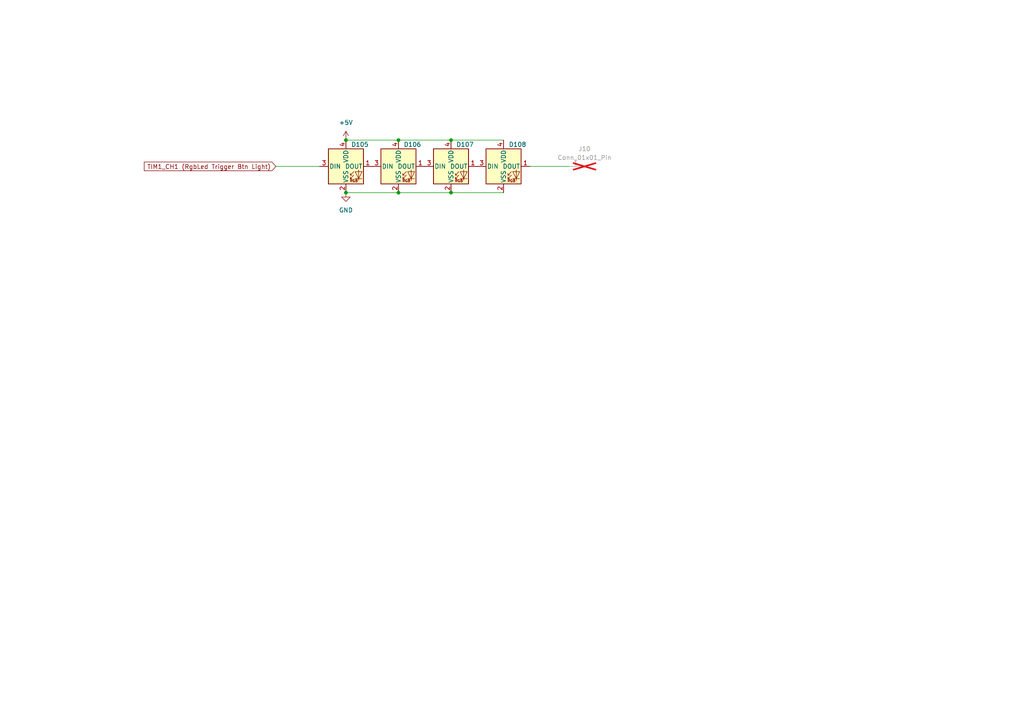
<source format=kicad_sch>
(kicad_sch (version 20231120) (generator "eeschema") (generator_version "8.0")
  (paper "A4")
  (title_block (date "2024-02-29") (rev "1"))
  (lib_symbols
    (symbol "Connector:Conn_01x01_Pin" (pin_names (offset 1.016) hide)
      (property "Reference" "J" (at 0 2.54 0))
      (property "Value" "Conn_01x01_Pin" (at 0 -2.54 0))
      (symbol "Conn_01x01_Pin_1_1"
        (polyline (pts (xy 1.27 0) (xy 0.8636 0)) (stroke (width 0.1524)))
        (rectangle (start 0.8636 0.127) (end 0 -0.127) (stroke (width 0.1524)) (fill (type outline)))
        (pin passive line (at 5.08 0 180) (length 3.81) (name "Pin_1") (number "1"))
      )
    )
    (symbol "LED:WS2812B-2020" (pin_names (offset 0.254))
      (property "Reference" "D" (at 5.08 5.715 0))
      (property "Value" "WS2812B-2020" (at 1.27 -5.715 0))
      (symbol "WS2812B-2020_0_0"
        (text "RGB" (at 2.286 -4.191 0) (effects (font (size 0.762 0.762))))
      )
      (symbol "WS2812B-2020_0_1"
        (polyline (pts (xy 1.27 -3.556) (xy 1.778 -3.556)))
        (polyline (pts (xy 1.27 -2.54) (xy 1.778 -2.54)))
        (polyline (pts (xy 4.699 -3.556) (xy 2.667 -3.556)))
        (polyline (pts (xy 2.286 -2.54) (xy 1.27 -3.556) (xy 1.27 -3.048)))
        (polyline (pts (xy 2.286 -1.524) (xy 1.27 -2.54) (xy 1.27 -2.032)))
        (polyline (pts (xy 3.683 -1.016) (xy 3.683 -3.556) (xy 3.683 -4.064)))
        (polyline (pts (xy 4.699 -1.524) (xy 2.667 -1.524) (xy 3.683 -3.556) (xy 4.699 -1.524)))
        (rectangle (start 5.08 5.08) (end -5.08 -5.08) (stroke (width 0.254)) (fill (type background)))
      )
      (symbol "WS2812B-2020_1_1"
        (pin output line (at 7.62 0 180) (length 2.54) (name "DOUT") (number "1"))
        (pin power_in line (at 0 -7.62 90) (length 2.54) (name "VSS") (number "2"))
        (pin input line (at -7.62 0 0) (length 2.54) (name "DIN") (number "3"))
        (pin power_in line (at 0 7.62 270) (length 2.54) (name "VDD") (number "4"))
      )
    )
    (symbol "power:+5V" (power) (pin_numbers hide) (pin_names (offset 0) hide)
      (property "Value" "+5V" (at 0 3.556 0))
      (symbol "+5V_0_1"
        (polyline (pts (xy -0.762 1.27) (xy 0 2.54)))
        (polyline (pts (xy 0 0) (xy 0 2.54)))
        (polyline (pts (xy 0 2.54) (xy 0.762 1.27)))
      )
      (symbol "+5V_1_1"
        (pin power_in line (at 0 0 90) (length 0) (name "~") (number "1"))
      )
    )
    (symbol "power:GND" (power) (pin_numbers hide) (pin_names (offset 0) hide)
      (property "Value" "GND" (at 0 -3.81 0))
      (symbol "GND_0_1"
        (polyline (pts (xy 0 0) (xy 0 -1.27) (xy 1.27 -1.27) (xy 0 -2.54) (xy -1.27 -1.27) (xy 0 -1.27)))
      )
      (symbol "GND_1_1"
        (pin power_in line (at 0 0 270) (length 0) (name "~") (number "1"))
      )
    )
  )
  (junction (at 100.33 55.88))
  (junction (at 130.81 40.64))
  (junction (at 115.57 55.88))
  (junction (at 130.81 55.88))
  (junction (at 100.33 40.64))
  (junction (at 115.57 40.64))
  (wire (pts (xy 100.33 40.64) (xy 115.57 40.64)))
  (wire (pts (xy 130.81 40.64) (xy 146.05 40.64)))
  (wire (pts (xy 115.57 40.64) (xy 130.81 40.64)))
  (wire (pts (xy 115.57 55.88) (xy 130.81 55.88)))
  (wire (pts (xy 80.01 48.26) (xy 92.71 48.26)))
  (wire (pts (xy 153.67 48.26) (xy 165.1 48.26)))
  (wire (pts (xy 100.33 55.88) (xy 115.57 55.88)))
  (wire (pts (xy 130.81 55.88) (xy 146.05 55.88)))
  (global_label "TIM1_CH1 (RgbLed Trigger Btn Light)" (shape input) (at 80.01 48.26 180) (property "Intersheetrefs" "${INTERSHEET_REFS}" (effects (hide yes))))
  (symbol (lib_id "power:GND") (at 100.33 55.88 0) (unit 1)
    (property "Reference" "#PWR056" (effects (hide yes)))
    (property "Value" "GND" (at 100.33 60.96 0))
    (property "Description" "Power symbol creates a global label with name \"GND\" , ground" (effects (hide yes)))
  )
  (symbol (lib_id "LED:WS2812B-2020") (at 130.81 48.26 0) (unit 1)
    (property "Reference" "D107" (at 134.874 41.91 0))
    (property "Value" "WS2812B-2020" (effects (hide yes)))
    (property "Footprint" "LED_SMD:LED_WS2812B-2020_PLCC4_2.0x2.0mm" (effects (hide yes)))
    (property "Datasheet" "https://cdn-shop.adafruit.com/product-files/4684/4684_WS2812B-2020_V1.3_EN.pdf" (effects (hide yes)))
    (property "Description" "RGB LED with integrated controller, 2.0 x 2.0 mm, 12 mA" (effects (hide yes)))
  )
  (symbol (lib_id "LED:WS2812B-2020") (at 100.33 48.26 0) (unit 1)
    (property "Reference" "D105" (at 104.394 41.91 0))
    (property "Value" "WS2812B-2020" (effects (hide yes)))
    (property "Footprint" "LED_SMD:LED_WS2812B-2020_PLCC4_2.0x2.0mm" (effects (hide yes)))
    (property "Datasheet" "https://cdn-shop.adafruit.com/product-files/4684/4684_WS2812B-2020_V1.3_EN.pdf" (effects (hide yes)))
    (property "Description" "RGB LED with integrated controller, 2.0 x 2.0 mm, 12 mA" (effects (hide yes)))
  )
  (symbol (lib_id "LED:WS2812B-2020") (at 115.57 48.26 0) (unit 1)
    (property "Reference" "D106" (at 119.634 41.91 0))
    (property "Value" "WS2812B-2020" (effects (hide yes)))
    (property "Footprint" "LED_SMD:LED_WS2812B-2020_PLCC4_2.0x2.0mm" (effects (hide yes)))
    (property "Datasheet" "https://cdn-shop.adafruit.com/product-files/4684/4684_WS2812B-2020_V1.3_EN.pdf" (effects (hide yes)))
    (property "Description" "RGB LED with integrated controller, 2.0 x 2.0 mm, 12 mA" (effects (hide yes)))
  )
  (symbol (lib_id "LED:WS2812B-2020") (at 146.05 48.26 0) (unit 1)
    (property "Reference" "D108" (at 150.114 41.91 0))
    (property "Value" "WS2812B-2020" (effects (hide yes)))
    (property "Footprint" "LED_SMD:LED_WS2812B-2020_PLCC4_2.0x2.0mm" (effects (hide yes)))
    (property "Datasheet" "https://cdn-shop.adafruit.com/product-files/4684/4684_WS2812B-2020_V1.3_EN.pdf" (effects (hide yes)))
    (property "Description" "RGB LED with integrated controller, 2.0 x 2.0 mm, 12 mA" (effects (hide yes)))
  )
  (symbol (lib_id "power:+5V") (at 100.33 40.64 0) (unit 1)
    (property "Reference" "#PWR055" (effects (hide yes)))
    (property "Value" "+5V" (at 100.33 35.56 0))
    (property "Description" "Power symbol creates a global label with name \"+5V\"" (effects (hide yes)))
  )
  (symbol (lib_id "Connector:Conn_01x01_Pin") (at 170.18 48.26 180) (unit 1) (dnp yes)
    (property "Reference" "J10" (at 169.545 43.18 0))
    (property "Value" "Conn_01x01_Pin" (at 169.545 45.72 0))
    (property "Footprint" "Connector_PinHeader_2.54mm:PinHeader_1x01_P2.54mm_Vertical" (effects (hide yes)))
    (property "Description" "Generic connector, single row, 01x01, script generated" (effects (hide yes)))
  )
)
</source>
